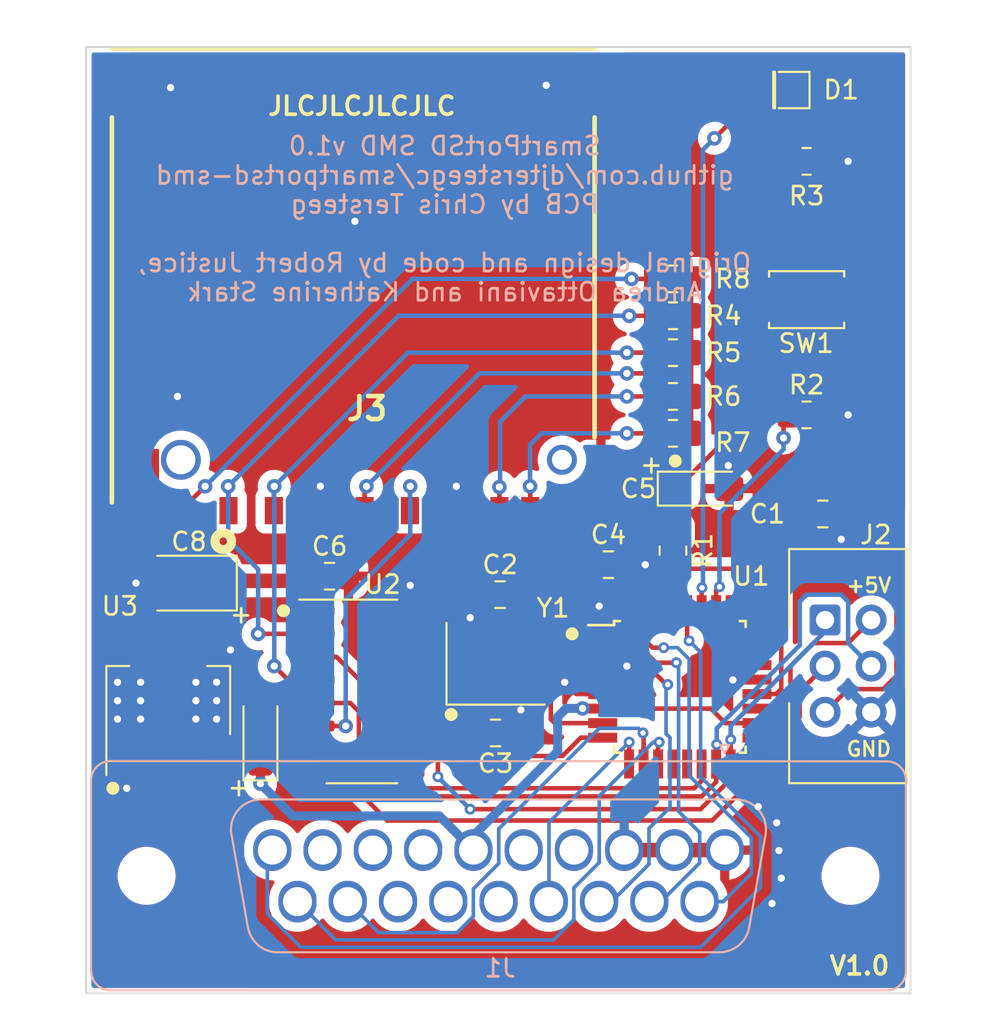
<source format=kicad_pcb>
(kicad_pcb (version 20221018) (generator pcbnew)
  (title_block (title "SmartPortSD SMD") (date "2023-12-04") (rev "1.0") (company "Chris Tersteeg"))
  (layers (0 "F.Cu" signal) (31 "B.Cu" signal) (34 "B.Paste" user) (35 "F.Paste" user) (36 "B.SilkS" user "B.Silkscreen") (37 "F.SilkS" user "F.Silkscreen") (38 "B.Mask" user) (39 "F.Mask" user) (44 "Edge.Cuts" user))
  (net 0 "")
  (net 1 "Net-(D1-K)")
  (net 2 "GND")
  (net 3 "/PA4_STATUS_LED")
  (net 6 "Net-(U1-AREF)")
  (net 7 "+5V")
  (net 8 "Net-(U1-XTAL1{slash}PB6)")
  (net 9 "Net-(U1-XTAL2{slash}PB7)")
  (net 12 "/PA5_WR_PROT")
  (net 13 "Net-(J3-DAT3{slash}CS)")
  (net 14 "Net-(J3-CMD{slash}DI)")
  (net 15 "+3.3V")
  (net 19 "/PD2_00")
  (net 20 "Net-(J3-CLK{slash}SCLK)")
  (net 21 "/MISO_D12")
  (net 22 "Net-(J3-DAT1)")
  (net 23 "Net-(J3-DAT2)")
  (net 26 "/PD3_01")
  (net 27 "/PD4_02")
  (net 28 "/PD5_03")
  (net 30 "/CS_D10")
  (net 31 "/MOSI_D11")
  (net 32 "/SCK_D13")
  (net 34 "/PD6_RD_DATA")
  (net 41 "/PD7_WR_DATA")
  (net 42 "/PA3_EJECT_BUTTON")
  (net 44 "/RESET")
  (footprint "Package_QFP:TQFP-32_7x7mm_P0.8mm" (layer "F.Cu") (at 167.005 117.856)
    (fp_text reference "U1")
    (fp_text value "ATmega328P-A" hide)
  )
  (footprint "Capacitor_Tantalum_SMD:CP_EIA-3216-18_Kemet-A_Pad1.58x1.35mm_HandSolder" (layer "F.Cu") (at 143.891 120.523 90)
    (fp_text reference "C7" hide)
    (fp_text value "22uf 10V" hide)
  )
  (footprint "Resistor_SMD:R_0805_2012Metric_Pad1.20x1.40mm_HandSolder" (layer "F.Cu") (at 166.624 101.854 180)
    (fp_text reference "R6")
    (fp_text value "10K")
  )
  (footprint "Capacitor_SMD:C_0805_2012Metric_Pad1.18x1.45mm_HandSolder" (layer "F.Cu") (at 147.701 111.76 180)
    (fp_text reference "C6")
    (fp_text value "0.1uf")
  )
  (footprint "Resistor_SMD:R_0805_2012Metric_Pad1.20x1.40mm_HandSolder" (layer "F.Cu") (at 166.624 95.377 180)
    (fp_text reference "R8")
    (fp_text value "10K")
  )
  (footprint "Capacitor_SMD:C_0805_2012Metric_Pad1.18x1.45mm_HandSolder" (layer "F.Cu") (at 157.099 112.776 180)
    (fp_text reference "C2")
    (fp_text value "18pf")
  )
  (footprint "Resistor_SMD:R_0805_2012Metric_Pad1.20x1.40mm_HandSolder" (layer "F.Cu") (at 173.99 88.9)
    (fp_text reference "R3")
    (fp_text value "470R")
  )
  (footprint "Resistor_SMD:R_0805_2012Metric_Pad1.20x1.40mm_HandSolder" (layer "F.Cu") (at 166.624 110.347 -90)
    (fp_text reference "R1")
    (fp_text value "10K")
  )
  (footprint "Button_Switch_SMD:SW_Push_SPST_NO_Alps_SKRK" (layer "F.Cu") (at 173.99 96.52 180)
    (fp_text reference "SW1")
    (fp_text value "SW_SPST")
  )
  (footprint "Crystal:Crystal_SMD_3225-4Pin_3.2x2.5mm_HandSoldering" (layer "F.Cu") (at 156.845 116.586)
    (fp_text reference "Y1")
    (fp_text value "16MHz")
  )
  (footprint "Resistor_SMD:R_0805_2012Metric_Pad1.20x1.40mm_HandSolder" (layer "F.Cu") (at 166.624 99.441 180)
    (fp_text reference "R5")
    (fp_text value "10K")
  )
  (footprint "TE SD Card 2041021-3:2041021-3_2" (layer "F.Cu") (at 162.306 107.696 180)
    (fp_text reference "J3")
    (fp_text value "SD_Card_Push_Pull" hide)
  )
  (footprint "Capacitor_Tantalum_SMD:CP_EIA-3216-18_Kemet-A_Pad1.58x1.35mm_HandSolder" (layer "F.Cu") (at 168.275 106.934)
    (fp_text reference "C5")
    (fp_text value "22uf 10V")
  )
  (footprint "Connector_IDC:IDC-Header_2x03_P2.54mm_Vertical" (layer "F.Cu") (at 175.006 114.173)
    (fp_text reference "J2")
    (fp_text value "ICSP" hide)
  )
  (footprint "Resistor_SMD:R_0805_2012Metric_Pad1.20x1.40mm_HandSolder" (layer "F.Cu") (at 166.624 97.409 180)
    (fp_text reference "R4")
    (fp_text value "10K")
  )
  (footprint "Tersteeg:1204 Side Emitting LED" (layer "F.Cu") (at 171.45 84.970502)
    (fp_text reference "D1")
    (fp_text value "LED")
  )
  (footprint "Capacitor_Tantalum_SMD:CP_EIA-3528-12_Kemet-T_Pad1.50x2.35mm_HandSolder" (layer "F.Cu") (at 139.954 112.141 180)
    (fp_text reference "C8")
    (fp_text value "47uf 10V")
  )
  (footprint "Capacitor_SMD:C_0805_2012Metric_Pad1.18x1.45mm_HandSolder" (layer "F.Cu") (at 174.879 108.331 180)
    (fp_text reference "C1")
    (fp_text value "0.1uf")
  )
  (footprint "Resistor_SMD:R_0805_2012Metric_Pad1.20x1.40mm_HandSolder" (layer "F.Cu") (at 166.624 103.886 180)
    (fp_text reference "R7")
    (fp_text value "10K")
  )
  (footprint "Resistor_SMD:R_0805_2012Metric_Pad1.20x1.40mm_HandSolder" (layer "F.Cu") (at 173.99 102.87)
    (fp_text reference "R2")
    (fp_text value "10K")
  )
  (footprint "Capacitor_SMD:C_0805_2012Metric_Pad1.18x1.45mm_HandSolder" (layer "F.Cu") (at 156.845 120.396 180)
    (fp_text reference "C3")
    (fp_text value "18pf")
  )
  (footprint "Capacitor_SMD:C_0805_2012Metric_Pad1.18x1.45mm_HandSolder" (layer "F.Cu") (at 163.068 111.125 180)
    (fp_text reference "C4")
    (fp_text value "0.1uf")
  )
  (footprint "Package_TO_SOT_SMD:SOT-223-3_TabPin2" (layer "F.Cu") (at 138.811 118.618 90)
    (fp_text reference "U3")
    (fp_text value "AMS1117-3.3")
  )
  (footprint "Package_SO:SOIC-16_3.9x9.9mm_P1.27mm" (layer "F.Cu") (at 149.479 118.11)
    (fp_text reference "U2")
    (fp_text value "4050" hide)
  )
  (footprint "Tersteeg:DSUB-19_Male_Vertical_P2.77x2.84mm_MountingHoles" (layer "B.Cu") (at 169.4772 126.85 180)
    (fp_text reference "J1")
    (fp_text value "DB19_Plug")
  )
  (gr_circle (center 166.751 105.41) (end 167.034981 105.41) (stroke (width 0.15)) (fill solid) (layer "F.SilkS"))
  (gr_circle (center 154.402019 119.38) (end 154.686 119.38) (stroke (width 0.15)) (fill solid) (layer "F.SilkS"))
  (gr_circle (center 161.065981 114.935) (end 161.349962 114.935) (stroke (width 0.15)) (fill solid) (layer "F.SilkS"))
  (gr_circle (center 145.161 113.665) (end 145.444981 113.665) (stroke (width 0.15)) (fill solid) (layer "F.SilkS"))
  (gr_circle (center 135.763 123.444) (end 136.046981 123.444) (stroke (width 0.15)) (fill solid) (layer "F.SilkS"))
  (gr_rect (start 134.286 82.6) (end 179.714 134.747) (stroke (width 0.1)) (fill none) (layer "Edge.Cuts"))
  (gr_text "SmartPortSD SMD v1.0\ngithub.com/djtersteegc/smartportsd-smd\nPCB by Chris Tersteeg\n\nOriginal design and code by Robert Justice,\nAndrea Ottaviani and Katherine Stark\n" (at 154.051 92.075) (layer "B.SilkS") (effects (font (size 1 1)) (justify mirror)))
  (gr_text "GND" (at 177.419 121.285) (layer "F.SilkS") (effects (font (size 0.8 0.8))))
  (gr_text "JLCJLCJLCJLC" (at 149.479 85.852) (layer "F.SilkS") (effects (font (size 1 1) (thickness 0.2))))
  (gr_text "+" (at 142.113 114.427) (layer "F.SilkS") (effects (font (size 1 1)) (justify left bottom)))
  (gr_text "+" (at 141.986 123.952) (layer "F.SilkS") (effects (font (size 1 1)) (justify left bottom)))
  (gr_text "+5V" (at 177.419 112.268) (layer "F.SilkS") (effects (font (size 0.8 0.8))))
  (gr_text "+" (at 164.719 106.172) (layer "F.SilkS") (effects (font (size 1 1)) (justify left bottom)))
  (gr_text "V1.0" (at 176.911 133.223) (layer "F.SilkS") (effects (font (size 1 1) (thickness 0.2))))
  (segment (start 172.99 84.665) (end 172.99 88.9) (width 0.25) (layer "F.Cu") (net 1))
  (segment (start 173.2 84.455) (end 172.99 84.665) (width 0.25) (layer "F.Cu") (net 1))
  (segment (start 150.749 120.015) (end 150.368 119.634) (width 0.25) (layer "F.Cu") (net 2))
  (segment (start 161.309 118.256) (end 162.755 118.256) (width 0.25) (layer "F.Cu") (net 2))
  (segment (start 150.368 120.396) (end 150.749 120.015) (width 0.25) (layer "F.Cu") (net 2))
  (segment (start 150.495 116.205) (end 151.954 116.205) (width 0.25) (layer "F.Cu") (net 2))
  (segment (start 155.395 113.4425) (end 155.395 115.436) (width 0.25) (layer "F.Cu") (net 2))
  (segment (start 150.749 120.015) (end 151.954 120.015) (width 0.25) (layer "F.Cu") (net 2))
  (segment (start 162.755 116.656) (end 164.027 116.656) (width 0.25) (layer "F.Cu") (net 2))
  (segment (start 160.655 117.602) (end 161.309 118.256) (width 0.25) (layer "F.Cu") (net 2))
  (segment (start 150.368 116.332) (end 150.495 116.205) (width 0.25) (layer "F.Cu") (net 2))
  (segment (start 164.027 116.656) (end 164.084 116.713) (width 0.25) (layer "F.Cu") (net 2))
  (segment (start 165.1 111.125) (end 164.1055 111.125) (width 0.7) (layer "F.Cu") (net 2))
  (segment (start 150.368 119.634) (end 150.368 116.332) (width 0.25) (layer "F.Cu") (net 2))
  (segment (start 156.0615 112.776) (end 155.395 113.4425) (width 0.25) (layer "F.Cu") (net 2))
  (segment (start 158.295 117.736) (end 158.295 119.9835) (width 0.25) (layer "F.Cu") (net 2))
  (segment (start 163.9372 126.85) (end 169.4772 126.85) (width 0.8) (layer "F.Cu") (net 2))
  (segment (start 169.926 117.475) (end 171.236 117.475) (width 0.25) (layer "F.Cu") (net 2))
  (segment (start 150.368 122.301) (end 150.368 120.396) (width 0.25) (layer "F.Cu") (net 2))
  (segment (start 150.622 122.555) (end 150.368 122.301) (width 0.25) (layer "F.Cu") (net 2))
  (segment (start 151.954 122.555) (end 150.622 122.555) (width 0.25) (layer "F.Cu") (net 2))
  (via (at 139.319 101.854) (size 0.8) (drill 0.4) (layers "F.Cu" "B.Cu") (net 2))
  (via (at 164.084 116.713) (size 0.8) (drill 0.4) (layers "F.Cu" "B.Cu") (net 2))
  (via (at 147.193 106.807) (size 0.8) (drill 0.4) (layers "F.Cu" "B.Cu") (net 2))
  (via (at 172.593 128.397) (size 0.8) (drill 0.4) (layers "F.Cu" "B.Cu") (net 2))
  (via (at 141.478 117.602) (size 0.8) (drill 0.4) (layers "F.Cu" "B.Cu") (net 2))
  (via (at 136.017 118.618) (size 0.8) (drill 0.4) (layers "F.Cu" "B.Cu") (net 2))
  (via (at 137.033 112.141) (size 0.8) (drill 0.4) (layers "F.Cu" "B.Cu") (net 2))
  (via (at 142.24 115.824) (size 0.8) (drill 0.4) (layers "F.Cu" "B.Cu") (net 2))
  (via (at 137.287 118.618) (size 0.8) (drill 0.4) (layers "F.Cu" "B.Cu") (net 2))
  (via (at 141.478 118.618) (size 0.8) (drill 0.4) (layers "F.Cu" "B.Cu") (net 2))
  (via (at 155.448 114.046) (size 0.8) (drill 0.4) (layers "F.Cu" "B.Cu") (net 2))
  (via (at 176.276 88.9) (size 0.8) (drill 0.4) (layers "F.Cu" "B.Cu") (net 2))
  (via (at 176.276 102.87) (size 0.8) (drill 0.4) (layers "F.Cu" "B.Cu") (net 2))
  (via (at 165.1 111.125) (size 0.8) (drill 0.4) (layers "F.Cu" "B.Cu") (net 2))
  (via (at 141.478 119.634) (size 0.8) (drill 0.4) (layers "F.Cu" "B.Cu") (net 2))
  (via (at 169.926 117.475) (size 0.8) (drill 0.4) (layers "F.Cu" "B.Cu") (net 2))
  (via (at 172.085 129.794) (size 0.8) (drill 0.4) (layers "F.Cu" "B.Cu") (net 2))
  (via (at 136.525 123.444) (size 0.8) (drill 0.4) (layers "F.Cu" "B.Cu") (net 2))
  (via (at 175.895 109.728) (size 0.8) (drill 0.4) (layers "F.Cu" "B.Cu") (net 2))
  (via (at 172.339 125.349) (size 0.8) (drill 0.4) (layers "F.Cu" "B.Cu") (net 2))
  (via (at 160.655 117.602) (size 0.8) (drill 0.4) (layers "F.Cu" "B.Cu") (net 2))
  (via (at 149.098 92.202) (size 0.8) (drill 0.4) (layers "F.Cu" "B.Cu") (net 2))
  (via (at 136.017 117.602) (size 0.8) (drill 0.4) (layers "F.Cu" "B.Cu") (net 2))
  (via (at 140.335 117.602) (size 0.8) (drill 0.4) (layers "F.Cu" "B.Cu") (net 2))
  (via (at 137.287 117.602) (size 0.8) (drill 0.4) (layers "F.Cu" "B.Cu") (net 2))
  (via (at 140.335 119.634) (size 0.8) (drill 0.4) (layers "F.Cu" "B.Cu") (net 2))
  (via (at 159.639 84.709) (size 0.8) (drill 0.4) (layers "F.Cu" "B.Cu") (net 2))
  (via (at 154.686 106.807) (size 0.8) (drill 0.4) (layers "F.Cu" "B.Cu") (net 2))
  (via (at 169.672 105.664) (size 0.8) (drill 0.4) (layers "F.Cu" "B.Cu") (net 2))
  (via (at 172.466 126.873) (size 0.8) (drill 0.4) (layers "F.Cu" "B.Cu") (net 2))
  (via (at 152.146 112.268) (size 0.8) (drill 0.4) (layers "F.Cu" "B.Cu") (net 2))
  (via (at 162.56 113.411) (size 0.8) (drill 0.4) (layers "F.Cu" "B.Cu") (net 2))
  (via (at 171.323 124.46) (size 0.8) (drill 0.4) (layers "F.Cu" "B.Cu") (net 2))
  (via (at 138.938 84.836) (size 0.8) (drill 0.4) (layers "F.Cu" "B.Cu") (net 2))
  (via (at 136.017 119.634) (size 0.8) (drill 0.4) (layers "F.Cu" "B.Cu") (net 2))
  (via (at 137.287 119.634) (size 0.8) (drill 0.4) (layers "F.Cu" "B.Cu") (net 2))
  (via (at 158.242 119.126) (size 0.8) (drill 0.4) (layers "F.Cu" "B.Cu") (net 2))
  (via (at 140.335 118.618) (size 0.8) (drill 0.4) (layers "F.Cu" "B.Cu") (net 2))
  (segment (start 169.7 86.84) (end 169.7 84.455) (width 0.25) (layer "F.Cu") (net 3))
  (segment (start 168.205 112.416318) (end 168.205 113.606) (width 0.25) (layer "F.Cu") (net 3))
  (segment (start 168.91 87.63) (end 169.7 86.84) (width 0.25) (layer "F.Cu") (net 3))
  (segment (start 168.224556 112.396762) (end 168.205 112.416318) (width 0.25) (layer "F.Cu") (net 3))
  (via (at 168.91 87.63) (size 0.8) (drill 0.4) (layers "F.Cu" "B.Cu") (net 3))
  (via (at 168.224556 112.396762) (size 0.6) (drill 0.3) (layers "F.Cu" "B.Cu") (net 3))
  (segment (start 168.224556 112.396762) (end 168.275 112.346318) (width 0.25) (layer "B.Cu") (net 3))
  (segment (start 168.275 88.265) (end 168.91 87.63) (width 0.25) (layer "B.Cu") (net 3))
  (segment (start 168.275 112.346318) (end 168.275 88.265) (width 0.25) (layer "B.Cu") (net 3))
  (segment (start 172.305 118.256) (end 172.593 117.968) (width 0.25) (layer "F.Cu") (net 6))
  (segment (start 172.593 117.968) (end 172.593 109.5795) (width 0.25) (layer "F.Cu") (net 6))
  (segment (start 171.255 118.256) (end 172.305 118.256) (width 0.25) (layer "F.Cu") (net 6))
  (segment (start 172.593 109.5795) (end 173.8415 108.331) (width 0.25) (layer "F.Cu") (net 6))
  (segment (start 174.371 115.443) (end 176.276 115.443) (width 0.25) (layer "F.Cu") (net 7))
  (segment (start 143.891 123.19) (end 143.891 121.9605) (width 0.5) (layer "F.Cu") (net 7))
  (segment (start 171.255 119.856) (end 172.18 119.856) (width 0.25) (layer "F.Cu") (net 7))
  (segment (start 171.89 101.8815) (end 171.89 96.52) (width 0.25) (layer "F.Cu") (net 7))
  (segment (start 163.8085 109.347) (end 162.0305 111.125) (width 0.25) (layer "F.Cu") (net 7))
  (segment (start 166.624 109.347) (end 163.8085 109.347) (width 0.25) (layer "F.Cu") (net 7))
  (segment (start 173.101 116.713) (end 174.371 115.443) (width 0.25) (layer "F.Cu") (net 7))
  (segment (start 163.805 117.456) (end 163.957 117.608) (width 0.25) (layer "F.Cu") (net 7))
  (segment (start 161.643986 119.043516) (end 161.688502 118.999) (width 0.4) (layer "F.Cu") (net 7))
  (segment (start 161.69 117.456) (end 161.671 117.475) (width 0.25) (layer "F.Cu") (net 7))
  (segment (start 143.6985 121.768) (end 141.111 121.768) (width 0.8) (layer "F.Cu") (net 7))
  (segment (start 168.713 119.056) (end 169.513 119.856) (width 0.25) (layer "F.Cu") (net 7))
  (segment (start 169.513 119.856) (end 171.255 119.856) (width 0.25) (layer "F.Cu") (net 7))
  (segment (start 160.655 116.459) (end 160.655 112.5005) (width 0.25) (layer "F.Cu") (net 7))
  (segment (start 162.755 117.456) (end 161.69 117.456) (width 0.25) (layer "F.Cu") (net 7))
  (segment (start 172.18 119.856) (end 173.101 118.935) (width 0.25) (layer "F.Cu") (net 7))
  (segment (start 162.755 119.056) (end 168.713 119.056) (width 0.25) (layer "F.Cu") (net 7))
  (segment (start 161.688502 118.999) (end 162.698 118.999) (width 0.4) (layer "F.Cu") (net 7))
  (segment (start 166.624 107.1475) (end 166.8375 106.934) (width 0.25) (layer "F.Cu") (net 7))
  (segment (start 163.957 118.872) (end 163.773 119.056) (width 0.25) (layer "F.Cu") (net 7))
  (segment (start 173.101 118.935) (end 173.101 116.713) (width 0.25) (layer "F.Cu") (net 7))
  (segment (start 161.671 117.475) (end 160.655 116.459) (width 0.25) (layer "F.Cu") (net 7))
  (segment (start 163.957 117.608) (end 163.957 118.872) (width 0.25) (layer "F.Cu") (net 7))
  (segment (start 160.655 112.5005) (end 162.0305 111.125) (width 0.25) (layer "F.Cu") (net 7))
  (segment (start 163.773 119.056) (end 162.755 119.056) (width 0.25) (layer "F.Cu") (net 7))
  (segment (start 176.276 115.443) (end 177.546 114.173) (width 0.25) (layer "F.Cu") (net 7))
  (segment (start 162.755 117.456) (end 163.805 117.456) (width 0.25) (layer "F.Cu") (net 7))
  (segment (start 166.624 109.347) (end 166.624 107.1475) (width 0.25) (layer "F.Cu") (net 7))
  (segment (start 166.8375 106.934) (end 171.89 101.8815) (width 0.25) (layer "F.Cu") (net 7))
  (via (at 161.643986 119.043516) (size 0.8) (drill 0.4) (layers "F.Cu" "B.Cu") (net 7))
  (via (at 143.891 123.19) (size 0.8) (drill 0.4) (layers "F.Cu" "B.Cu") (net 7))
  (segment (start 155.6272 126.0588) (end 155.6272 126.85) (width 0.5) (layer "B.Cu") (net 7))
  (segment (start 153.7452 124.968) (end 155.6272 126.85) (width 0.5) (layer "B.Cu") (net 7))
  (segment (start 143.891 123.19) (end 145.669 124.968) (width 0.5) (layer "B.Cu") (net 7))
  (segment (start 145.669 124.968) (end 153.7452 124.968) (width 0.5) (layer "B.Cu") (net 7))
  (segment (start 160.737484 119.043516) (end 160.274 119.507) (width 0.5) (layer "B.Cu") (net 7))
  (segment (start 161.643986 119.043516) (end 160.737484 119.043516) (width 0.5) (layer "B.Cu") (net 7))
  (segment (start 160.274 121.412) (end 155.6272 126.0588) (width 0.5) (layer "B.Cu") (net 7))
  (segment (start 160.274 119.507) (end 160.274 121.412) (width 0.5) (layer "B.Cu") (net 7))
  (segment (start 162.755 119.856) (end 160.115 119.856) (width 0.25) (layer "F.Cu") (net 8))
  (segment (start 160.115 119.856) (end 159.893 119.634) (width 0.25) (layer "F.Cu") (net 8))
  (segment (start 159.893 119.634) (end 159.893 116.586) (width 0.25) (layer "F.Cu") (net 8))
  (segment (start 158.295 112.9345) (end 158.295 115.436) (width 0.25) (layer "F.Cu") (net 8))
  (segment (start 159.893 116.586) (end 158.743 115.436) (width 0.25) (layer "F.Cu") (net 8))
  (segment (start 155.395 119.9835) (end 155.395 117.736) (width 0.25) (layer "F.Cu") (net 9))
  (segment (start 162.755 120.656) (end 161.544 120.656) (width 0.25) (layer "F.Cu") (net 9))
  (segment (start 160.534 121.666) (end 157.0775 121.666) (width 0.25) (layer "F.Cu") (net 9))
  (segment (start 157.0775 121.666) (end 155.8075 120.396) (width 0.25) (layer "F.Cu") (net 9))
  (segment (start 161.544 120.656) (end 160.534 121.666) (width 0.25) (layer "F.Cu") (net 9))
  (segment (start 167.405 113.606) (end 167.405 115.208) (width 0.25) (layer "F.Cu") (net 12))
  (segment (start 167.405 115.208) (end 167.513 115.316) (width 0.25) (layer "F.Cu") (net 12))
  (via (at 167.513 115.316) (size 0.6) (drill 0.3) (layers "F.Cu" "B.Cu") (net 12))
  (segment (start 168.155 132.2) (end 146.1065 132.2) (width 0.2) (layer "B.Cu") (net 12))
  (segment (start 167.513 115.316) (end 168.148 115.951) (width 0.2) (layer "B.Cu") (net 12))
  (segment (start 144.272 130.3655) (end 144.272 127.1252) (width 0.2) (layer "B.Cu") (net 12))
  (segment (start 168.148 122.809) (end 171.45 126.111) (width 0.2) (layer "B.Cu") (net 12))
  (segment (start 171.45 126.111) (end 171.45 128.905) (width 0.2) (layer "B.Cu") (net 12))
  (segment (start 171.45 128.905) (end 168.155 132.2) (width 0.2) (layer "B.Cu") (net 12))
  (segment (start 144.272 127.1252) (end 144.5472 126.85) (width 0.2) (layer "B.Cu") (net 12))
  (segment (start 168.148 115.951) (end 168.148 122.809) (width 0.2) (layer "B.Cu") (net 12))
  (segment (start 146.1065 132.2) (end 144.272 130.3655) (width 0.2) (layer "B.Cu") (net 12))
  (segment (start 164.211 97.409) (end 165.624 97.409) (width 0.25) (layer "F.Cu") (net 13))
  (segment (start 142.131 108.146) (end 142.131 106.825) (width 0.25) (layer "F.Cu") (net 13))
  (segment (start 142.131 106.825) (end 142.113 106.807) (width 0.25) (layer "F.Cu") (net 13))
  (segment (start 143.764 114.935) (end 147.004 114.935) (width 0.25) (layer "F.Cu") (net 13))
  (via (at 143.764 114.935) (size 0.8) (drill 0.4) (layers "F.Cu" "B.Cu") (net 13))
  (via (at 142.113 106.807) (size 0.8) (drill 0.4) (layers "F.Cu" "B.Cu") (net 13))
  (via (at 164.211 97.409) (size 0.8) (drill 0.4) (layers "F.Cu" "B.Cu") (net 13))
  (segment (start 143.764 114.935) (end 143.764 111.379) (width 0.25) (layer "B.Cu") (net 13))
  (segment (start 151.511 97.409) (end 164.211 97.409) (width 0.25) (layer "B.Cu") (net 13))
  (segment (start 142.113 106.807) (end 151.511 97.409) (width 0.25) (layer "B.Cu") (net 13))
  (segment (start 143.764 111.379) (end 142.113 109.728) (width 0.25) (layer "B.Cu") (net 13))
  (segment (start 142.113 109.728) (end 142.113 106.807) (width 0.25) (layer "B.Cu") (net 13))
  (segment (start 164.084 99.441) (end 165.624 99.441) (width 0.25) (layer "F.Cu") (net 14))
  (segment (start 144.653 116.713) (end 145.415 117.475) (width 0.25) (layer "F.Cu") (net 14))
  (segment (start 144.631 108.146) (end 144.631 106.829) (width 0.25) (layer "F.Cu") (net 14))
  (segment (start 145.415 117.475) (end 147.004 117.475) (width 0.25) (layer "F.Cu") (net 14))
  (segment (start 144.631 106.829) (end 144.653 106.807) (width 0.25) (layer "F.Cu") (net 14))
  (via (at 144.653 106.807) (size 0.8) (drill 0.4) (layers "F.Cu" "B.Cu") (net 14))
  (via (at 164.084 99.441) (size 0.8) (drill 0.4) (layers "F.Cu" "B.Cu") (net 14))
  (via (at 144.653 116.713) (size 0.8) (drill 0.4) (layers "F.Cu" "B.Cu") (net 14))
  (segment (start 152.019 99.441) (end 164.084 99.441) (width 0.25) (layer "B.Cu") (net 14))
  (segment (start 144.653 106.807) (end 144.653 116.713) (width 0.25) (layer "B.Cu") (net 14))
  (segment (start 144.653 106.807) (end 152.019 99.441) (width 0.25) (layer "B.Cu") (net 14))
  (segment (start 138.811 114.7215) (end 141.3915 112.141) (width 0.8) (layer "F.Cu") (net 15))
  (segment (start 146.6635 111.76) (end 146.6635 113.3245) (width 0.8) (layer "F.Cu") (net 15))
  (segment (start 167.624 95.758) (end 167.624 103.886) (width 0.25) (layer "F.Cu") (net 15))
  (segment (start 138.811 121.768) (end 138.811 115.468) (width 0.8) (layer "F.Cu") (net 15))
  (segment (start 146.6635 113.3245) (end 147.004 113.665) (width 0.25) (layer "F.Cu") (net 15))
  (segment (start 146.6635 111.1135) (end 149.631 108.146) (width 0.8) (layer "F.Cu") (net 15))
  (segment (start 149.631 108.146) (end 149.631 106.909) (width 0.25) (layer "F.Cu") (net 15))
  (segment (start 164.084 100.584) (end 166.481 100.584) (width 0.25) (layer "F.Cu") (net 15))
  (segment (start 146.4095 112.014) (end 146.6635 111.76) (width 0.8) (layer "F.Cu") (net 15))
  (segment (start 146.6635 111.76) (end 146.6635 111.1135) (width 0.8) (layer "F.Cu") (net 15))
  (segment (start 141.5185 112.014) (end 146.4095 112.014) (width 0.8) (layer "F.Cu") (net 15))
  (segment (start 166.481 100.584) (end 167.624 99.441) (width 0.25) (layer "F.Cu") (net 15))
  (segment (start 149.631 106.909) (end 149.733 106.807) (width 0.25) (layer "F.Cu") (net 15))
  (via (at 164.084 100.584) (size 0.8) (drill 0.4) (layers "F.Cu" "B.Cu") (net 15))
  (via (at 149.733 106.807) (size 0.8) (drill 0.4) (layers "F.Cu" "B.Cu") (net 15))
  (segment (start 155.956 100.584) (end 164.084 100.584) (width 0.25) (layer "B.Cu") (net 15))
  (segment (start 149.733 106.807) (end 155.956 100.584) (width 0.25) (layer "B.Cu") (net 15))
  (segment (start 164.205 114.406) (end 164.205 113.606) (width 0.25) (layer "F.Cu") (net 19))
  (segment (start 165.496 115.697) (end 164.205 114.406) (width 0.25) (layer "F.Cu") (net 19))
  (segment (start 166.116 115.697) (end 165.496 115.697) (width 0.25) (layer "F.Cu") (net 19))
  (via (at 166.116 115.697) (size 0.6) (drill 0.3) (layers "F.Cu" "B.Cu") (net 19))
  (segment (start 169.395 129.69) (end 168.0922 129.69) (width 0.2) (layer "B.Cu") (net 19))
  (segment (start 166.116 115.697) (end 166.878 115.697) (width 0.2) (layer "B.Cu") (net 19))
  (segment (start 170.942 128.143) (end 169.395 129.69) (width 0.2) (layer "B.Cu") (net 19))
  (segment (start 166.878 115.697) (end 167.513 116.332) (width 0.2) (layer "B.Cu") (net 19))
  (segment (start 167.513 116.332) (end 167.513 122.739686) (width 0.2) (layer "B.Cu") (net 19))
  (segment (start 170.942 126.168686) (end 170.942 128.143) (width 0.2) (layer "B.Cu") (net 19))
  (segment (start 167.513 122.739686) (end 170.942 126.168686) (width 0.2) (layer "B.Cu") (net 19))
  (segment (start 148.59 120.015) (end 147.004 120.015) (width 0.25) (layer "F.Cu") (net 20))
  (segment (start 152.131 108.146) (end 152.131 106.822) (width 0.25) (layer "F.Cu") (net 20))
  (segment (start 152.131 106.822) (end 152.146 106.807) (width 0.25) (layer "F.Cu") (net 20))
  (via (at 148.59 120.015) (size 0.8) (drill 0.4) (layers "F.Cu" "B.Cu") (net 20))
  (via (at 152.146 106.807) (size 0.8) (drill 0.4) (layers "F.Cu" "B.Cu") (net 20))
  (segment (start 148.59 113.03) (end 148.59 120.015) (width 0.25) (layer "B.Cu") (net 20))
  (segment (start 152.146 106.807) (end 152.146 109.474) (width 0.25) (layer "B.Cu") (net 20))
  (segment (start 148.59 113.03) (end 152.146 109.474) (width 0.25) (layer "B.Cu") (net 20))
  (segment (start 164.084 101.854) (end 165.624 101.854) (width 0.25) (layer "F.Cu") (net 21))
  (segment (start 168.140896 124.5955) (end 169.805 122.931396) (width 0.25) (layer "F.Cu") (net 21))
  (segment (start 169.805 120.7645) (end 169.799 120.7585) (width 0.25) (layer "F.Cu") (net 21))
  (segment (start 155.448 124.5955) (end 168.140896 124.5955) (width 0.25) (layer "F.Cu") (net 21))
  (segment (start 157.061 108.146) (end 157.061 106.845) (width 0.25) (layer "F.Cu") (net 21))
  (segment (start 169.805 122.106) (end 169.805 120.7645) (width 0.25) (layer "F.Cu") (net 21))
  (segment (start 157.099 106.807) (end 157.061 106.845) (width 0.25) (layer "F.Cu") (net 21))
  (segment (start 153.67 120.904) (end 153.67 122.809) (width 0.25) (layer "F.Cu") (net 21))
  (segment (start 153.67 112.014) (end 153.67 120.904) (width 0.25) (layer "F.Cu") (net 21))
  (segment (start 157.061 108.623) (end 153.67 112.014) (width 0.25) (layer "F.Cu") (net 21))
  (segment (start 169.805 122.931396) (end 169.805 122.106) (width 0.25) (layer "F.Cu") (net 21))
  (via (at 153.67 122.809) (size 0.6) (drill 0.3) (layers "F.Cu" "B.Cu") (net 21))
  (via (at 155.448 124.5955) (size 0.6) (drill 0.3) (layers "F.Cu" "B.Cu") (net 21))
  (via (at 164.084 101.854) (size 0.8) (drill 0.4) (layers "F.Cu" "B.Cu") (net 21))
  (via (at 169.805 120.7645) (size 0.6) (drill 0.3) (layers "F.Cu" "B.Cu") (net 21))
  (via (at 157.061 106.845) (size 0.8) (drill 0.4) (layers "F.Cu" "B.Cu") (net 21))
  (segment (start 153.67 122.809) (end 153.67 122.8175) (width 0.25) (layer "B.Cu") (net 21))
  (segment (start 158.496 101.854) (end 164.084 101.854) (width 0.25) (layer "B.Cu") (net 21))
  (segment (start 153.67 122.8175) (end 155.448 124.5955) (width 0.25) (layer "B.Cu") (net 21))
  (segment (start 169.805 120.7645) (end 169.805 120.009) (width 0.25) (layer "B.Cu") (net 21))
  (segment (start 175.006 114.808) (end 175.006 114.173) (width 0.25) (layer "B.Cu") (net 21))
  (segment (start 169.805 120.009) (end 175.006 114.808) (width 0.25) (layer "B.Cu") (net 21))
  (segment (start 157.099 106.807) (end 157.099 103.251) (width 0.25) (layer "B.Cu") (net 21))
  (segment (start 157.099 103.251) (end 158.496 101.854) (width 0.25) (layer "B.Cu") (net 21))
  (segment (start 158.761 106.818) (end 158.75 106.807) (width 0.25) (layer "F.Cu") (net 22))
  (segment (start 164.084 103.886) (end 165.624 103.886) (width 0.25) (layer "F.Cu") (net 22))
  (segment (start 158.761 108.146) (end 158.761 106.818) (width 0.25) (layer "F.Cu") (net 22))
  (via (at 158.75 106.807) (size 0.8) (drill 0.4) (layers "F.Cu" "B.Cu") (net 22))
  (via (at 164.084 103.886) (size 0.8) (drill 0.4) (layers "F.Cu" "B.Cu") (net 22))
  (segment (start 158.75 104.521) (end 159.385 103.886) (width 0.25) (layer "B.Cu") (net 22))
  (segment (start 158.75 106.807) (end 158.75 104.521) (width 0.25) (layer "B.Cu") (net 22))
  (segment (start 159.385 103.886) (end 164.084 103.886) (width 0.25) (layer "B.Cu") (net 22))
  (segment (start 139.631 108.019) (end 140.843 106.807) (width 0.25) (layer "F.Cu") (net 23))
  (segment (start 164.338 95.377) (end 165.624 95.377) (width 0.25) (layer "F.Cu") (net 23))
  (via (at 140.843 106.807) (size 0.8) (drill 0.4) (layers "F.Cu" "B.Cu") (net 23))
  (via (at 164.338 95.377) (size 0.8) (drill 0.4) (layers "F.Cu" "B.Cu") (net 23))
  (segment (start 152.273 95.377) (end 164.338 95.377) (width 0.25) (layer "B.Cu") (net 23))
  (segment (start 140.843 106.807) (end 152.273 95.377) (width 0.25) (layer "B.Cu") (net 23))
  (segment (start 165.688104 116.5255) (end 166.8115 116.5255) (width 0.25) (layer "F.Cu") (net 26))
  (segment (start 164.218604 115.056) (end 165.688104 116.5255) (width 0.25) (layer "F.Cu") (net 26))
  (segment (start 162.755 115.056) (end 164.218604 115.056) (width 0.25) (layer "F.Cu") (net 26))
  (via (at 166.8115 116.5255) (size 0.6) (drill 0.3) (layers "F.Cu" "B.Cu") (net 26))
  (segment (start 168.0972 125.8824) (end 168.0972 127.5588) (width 0.2) (layer "B.Cu") (net 26))
  (segment (start 166.936 124.7212) (end 168.0972 125.8824) (width 0.2) (layer "B.Cu") (net 26))
  (segment (start 166.936 116.65) (end 166.936 124.7212) (width 0.2) (layer "B.Cu") (net 26))
  (segment (start 166.8115 116.5255) (end 166.936 116.65) (width 0.2) (layer "B.Cu") (net 26))
  (segment (start 168.0972 127.5588) (end 165.966 129.69) (width 0.2) (layer "B.Cu") (net 26))
  (segment (start 165.966 129.69) (end 165.3222 129.69) (width 0.2) (layer "B.Cu") (net 26))
  (segment (start 166.255208 117.729) (end 164.382208 115.856) (width 0.25) (layer "F.Cu") (net 27))
  (segment (start 166.3365 117.729) (end 166.255208 117.729) (width 0.25) (layer "F.Cu") (net 27))
  (segment (start 164.382208 115.856) (end 162.755 115.856) (width 0.25) (layer "F.Cu") (net 27))
  (via (at 166.3365 117.729) (size 0.6) (drill 0.3) (layers "F.Cu" "B.Cu") (net 27))
  (segment (start 166.462 124.495) (end 165.3032 125.6538) (width 0.2) (layer "B.Cu") (net 27))
  (segment (start 166.243 120.436471) (end 166.462 120.655471) (width 0.2) (layer "B.Cu") (net 27))
  (segment (start 165.3032 127.62657) (end 163.23977 129.69) (width 0.2) (layer "B.Cu") (net 27))
  (segment (start 165.3032 125.6538) (end 165.3032 127.62657) (width 0.2) (layer "B.Cu") (net 27))
  (segment (start 163.23977 129.69) (end 162.5522 129.69) (width 0.2) (layer "B.Cu") (net 27))
  (segment (start 166.243 117.8225) (end 166.243 120.436471) (width 0.2) (layer "B.Cu") (net 27))
  (segment (start 166.3365 117.729) (end 166.243 117.8225) (width 0.2) (layer "B.Cu") (net 27))
  (segment (start 166.462 120.655471) (end 166.462 124.495) (width 0.2) (layer "B.Cu") (net 27))
  (segment (start 164.211 122.1) (end 164.205 122.106) (width 0.25) (layer "F.Cu") (net 28))
  (segment (start 164.211 120.904) (end 164.211 122.1) (width 0.25) (layer "F.Cu") (net 28))
  (via (at 164.211 120.904) (size 0.6) (drill 0.3) (layers "F.Cu" "B.Cu") (net 28))
  (segment (start 159.7922 125.3228) (end 164.211 120.904) (width 0.2) (layer "B.Cu") (net 28))
  (segment (start 159.7922 129.68) (end 159.7922 125.3228) (width 0.2) (layer "B.Cu") (net 28))
  (segment (start 159.7822 129.69) (end 159.7922 129.68) (width 0.2) (layer "B.Cu") (net 28))
  (segment (start 167.792 123.444) (end 150.377188 123.444) (width 0.25) (layer "F.Cu") (net 30))
  (segment (start 149.765 117.888) (end 148.082 116.205) (width 0.25) (layer "F.Cu") (net 30))
  (segment (start 168.205 122.106) (end 168.205 123.031) (width 0.25) (layer "F.Cu") (net 30))
  (segment (start 168.205 123.031) (end 167.792 123.444) (width 0.25) (layer "F.Cu") (net 30))
  (segment (start 149.765 122.831812) (end 149.765 117.888) (width 0.25) (layer "F.Cu") (net 30))
  (segment (start 150.377188 123.444) (end 149.765 122.831812) (width 0.25) (layer "F.Cu") (net 30))
  (segment (start 148.082 116.205) (end 147.004 116.205) (width 0.25) (layer "F.Cu") (net 30))
  (segment (start 150.190792 123.894) (end 168.206 123.894) (width 0.25) (layer "F.Cu") (net 31))
  (segment (start 169.005 123.095) (end 169.005 122.106) (width 0.25) (layer "F.Cu") (net 31))
  (segment (start 168.206 123.894) (end 169.005 123.095) (width 0.25) (layer "F.Cu") (net 31))
  (segment (start 148.844 118.745) (end 149.315 119.216) (width 0.25) (layer "F.Cu") (net 31))
  (segment (start 149.315 119.216) (end 149.315 123.018208) (width 0.25) (layer "F.Cu") (net 31))
  (segment (start 169.005 122.106) (end 169.005 121.063) (width 0.25) (layer "F.Cu") (net 31))
  (segment (start 149.315 123.018208) (end 150.190792 123.894) (width 0.25) (layer "F.Cu") (net 31))
  (segment (start 169.005 121.063) (end 169.037 121.031) (width 0.25) (layer "F.Cu") (net 31))
  (segment (start 147.004 118.745) (end 148.844 118.745) (width 0.25) (layer "F.Cu") (net 31))
  (via (at 169.037 121.031) (size 0.6) (drill 0.3) (layers "F.Cu" "B.Cu") (net 31))
  (segment (start 169.037 120.140604) (end 169.037 121.031) (width 0.25) (layer "B.Cu") (net 31))
  (segment (start 175.895 112.776) (end 173.99 112.776) (width 0.25) (layer "B.Cu") (net 31))
  (segment (start 173.609 113.157) (end 173.609 115.568604) (width 0.25) (layer "B.Cu") (net 31))
  (segment (start 173.609 115.568604) (end 169.037 120.140604) (width 0.25) (layer "B.Cu") (net 31))
  (segment (start 177.546 116.713) (end 176.276 115.443) (width 0.25) (layer "B.Cu") (net 31))
  (segment (start 176.276 115.443) (end 176.276 113.157) (width 0.25) (layer "B.Cu") (net 31))
  (segment (start 173.99 112.776) (end 173.609 113.157) (width 0.25) (layer "B.Cu") (net 31))
  (segment (start 176.276 113.157) (end 175.895 112.776) (width 0.25) (layer "B.Cu") (net 31))
  (segment (start 148.865 122.703) (end 148.865 123.204604) (width 0.25) (layer "F.Cu") (net 32))
  (segment (start 168.783 125.222) (end 171.255 122.75) (width 0.25) (layer "F.Cu") (net 32))
  (segment (start 173.609 118.11) (end 173.609 119.507) (width 0.25) (layer "F.Cu") (net 32))
  (segment (start 147.447 121.285) (end 148.865 122.703) (width 0.25) (layer "F.Cu") (net 32))
  (segment (start 172.46 120.656) (end 171.255 120.656) (width 0.25) (layer "F.Cu") (net 32))
  (segment (start 148.865 123.204604) (end 150.882396 125.222) (width 0.25) (layer "F.Cu") (net 32))
  (segment (start 173.609 119.507) (end 172.46 120.656) (width 0.25) (layer "F.Cu") (net 32))
  (segment (start 171.255 122.75) (end 171.255 120.656) (width 0.25) (layer "F.Cu") (net 32))
  (segment (start 150.882396 125.222) (end 168.783 125.222) (width 0.25) (layer "F.Cu") (net 32))
  (segment (start 175.006 116.713) (end 173.609 118.11) (width 0.25) (layer "F.Cu") (net 32))
  (segment (start 165.005 122.106) (end 165.005 120.428) (width 0.25) (layer "F.Cu") (net 34))
  (segment (start 165.005 120.428) (end 164.973 120.396) (width 0.25) (layer "F.Cu") (net 34))
  (via (at 164.973 120.396) (size 0.6) (drill 0.3) (layers "F.Cu" "B.Cu") (net 34))
  (segment (start 155.6258 128.984394) (end 155.6258 130.5052) (width 0.2) (layer "B.Cu") (net 34))
  (segment (start 155.6258 130.5052) (end 154.731 131.4) (width 0.2) (layer "B.Cu") (net 34))
  (segment (start 164.973 120.396) (end 164.719 120.142) (width 0.2) (layer "B.Cu") (net 34))
  (segment (start 164.719 120.142) (end 162.56 120.142) (width 0.2) (layer "B.Cu") (net 34))
  (segment (start 157.0228 125.6792) (end 157.0228 127.587394) (width 0.2) (layer "B.Cu") (net 34))
  (segment (start 154.731 131.4) (end 150.4122 131.4) (width 0.2) (layer "B.Cu") (net 34))
  (segment (start 150.4122 131.4) (end 148.7022 129.69) (width 0.2) (layer "B.Cu") (net 34))
  (segment (start 162.56 120.142) (end 157.0228 125.6792) (width 0.2) (layer "B.Cu") (net 34))
  (segment (start 157.0228 127.587394) (end 155.6258 128.984394) (width 0.2) (layer "B.Cu") (net 34))
  (segment (start 165.805 122.106) (end 165.805 120.961) (width 0.25) (layer "F.Cu") (net 41))
  (segment (start 165.805 120.961) (end 165.862 120.904) (width 0.25) (layer "F.Cu") (net 41))
  (via (at 165.862 120.904) (size 0.6) (drill 0.3) (layers "F.Cu" "B.Cu") (net 41))
  (segment (start 162.56 127.536388) (end 161.163 128.933388) (width 0.2) (layer "B.Cu") (net 41))
  (segment (start 165.529322 120.904) (end 162.56 123.873322) (width 0.2) (layer "B.Cu") (net 41))
  (segment (start 161.163 128.933388) (end 161.163 130.683) (width 0.2) (layer "B.Cu") (net 41))
  (segment (start 162.56 123.873322) (end 162.56 127.536388) (width 0.2) (layer "B.Cu") (net 41))
  (segment (start 161.163 130.683) (end 160.046 131.8) (width 0.2) (layer "B.Cu") (net 41))
  (segment (start 148.0422 131.8) (end 145.9322 129.69) (width 0.2) (layer "B.Cu") (net 41))
  (segment (start 160.046 131.8) (end 148.0422 131.8) (width 0.2) (layer "B.Cu") (net 41))
  (segment (start 165.862 120.904) (end 165.529322 120.904) (width 0.2) (layer "B.Cu") (net 41))
  (segment (start 169.005 112.5286) (end 169.005 113.606) (width 0.25) (layer "F.Cu") (net 42))
  (segment (start 172.72 104.14) (end 172.72 103.14) (width 0.25) (layer "F.Cu") (net 42))
  (segment (start 172.99 102.87) (end 172.99 99.62) (width 0.25) (layer "F.Cu") (net 42))
  (segment (start 172.72 103.14) (end 172.99 102.87) (width 0.25) (layer "F.Cu") (net 42))
  (segment (start 172.99 99.62) (end 176.09 96.52) (width 0.25) (layer "F.Cu") (net 42))
  (segment (start 169.1894 112.3442) (end 169.005 112.5286) (width 0.25) (layer "F.Cu") (net 42))
  (via (at 169.1894 112.3442) (size 0.6) (drill 0.3) (layers "F.Cu" "B.Cu") (net 42))
  (via (at 172.72 104.14) (size 0.8) (drill 0.4) (layers "F.Cu" "B.Cu") (net 42))
  (segment (start 172.72 104.765695) (end 172.72 104.14) (width 0.25) (layer "B.Cu") (net 42))
  (segment (start 169.1894 112.3442) (end 169.1894 108.296295) (width 0.25) (layer "B.Cu") (net 42))
  (segment (start 169.1894 108.296295) (end 172.72 104.765695) (width 0.25) (layer "B.Cu") (net 42))
  (segment (start 166.605 113.606) (end 166.605 111.471) (width 0.25) (layer "F.Cu") (net 44))
  (segment (start 178.213 117.983) (end 176.276 117.983) (width 0.25) (layer "F.Cu") (net 44))
  (segment (start 166.624 111.347) (end 170.212 111.347) (width 0.25) (layer "F.Cu") (net 44))
  (segment (start 176.276 117.983) (end 175.006 119.253) (width 0.25) (layer "F.Cu") (net 44))
  (segment (start 172.847 107.061) (end 177.292 107.061) (width 0.25) (layer "F.Cu") (net 44))
  (segment (start 171.958 107.95) (end 172.847 107.061) (width 0.25) (layer "F.Cu") (net 44))
  (segment (start 170.212 111.347) (end 171.958 109.601) (width 0.25) (layer "F.Cu") (net 44))
  (segment (start 177.292 107.061) (end 178.943 108.712) (width 0.25) (layer "F.Cu") (net 44))
  (segment (start 178.943 117.253) (end 178.213 117.983) (width 0.25) (layer "F.Cu") (net 44))
  (segment (start 171.958 109.601) (end 171.958 107.95) (width 0.25) (layer "F.Cu") (net 44))
  (segment (start 178.943 108.712) (end 178.943 117.253) (width 0.25) (layer "F.Cu") (net 44))
  (zone (net 2) (net_name "GND") (layers "F&B.Cu") (connect_pads (clearance 0.508)) (min_thickness 0.254) (fill yes (thermal_gap 0.508) (thermal_bridge_width 0.508))
    (polygon (pts (xy 184.15 135.89) (xy 129.54 135.89) (xy 129.54 80.01) (xy 184.15 80.01)))
  )
)
</source>
